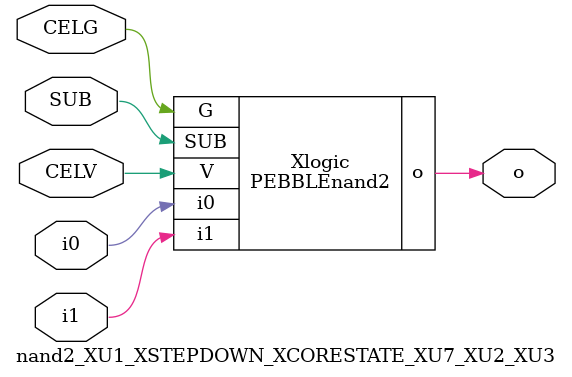
<source format=v>



module PEBBLEnand2 ( o, G, SUB, V, i0, i1 );

  input i0;
  input V;
  input i1;
  input G;
  output o;
  input SUB;
endmodule

//Celera Confidential Do Not Copy nand2_XU1_XSTEPDOWN_XCORESTATE_XU7_XU2_XU3
//Celera Confidential Symbol Generator
//5V NAND2
module nand2_XU1_XSTEPDOWN_XCORESTATE_XU7_XU2_XU3 (CELV,CELG,i0,i1,o,SUB);
input CELV;
input CELG;
input i0;
input i1;
input SUB;
output o;

//Celera Confidential Do Not Copy nand2
PEBBLEnand2 Xlogic(
.V (CELV),
.i0 (i0),
.i1 (i1),
.o (o),
.SUB (SUB),
.G (CELG)
);
//,diesize,PEBBLEnand2

//Celera Confidential Do Not Copy Module End
//Celera Schematic Generator
endmodule

</source>
